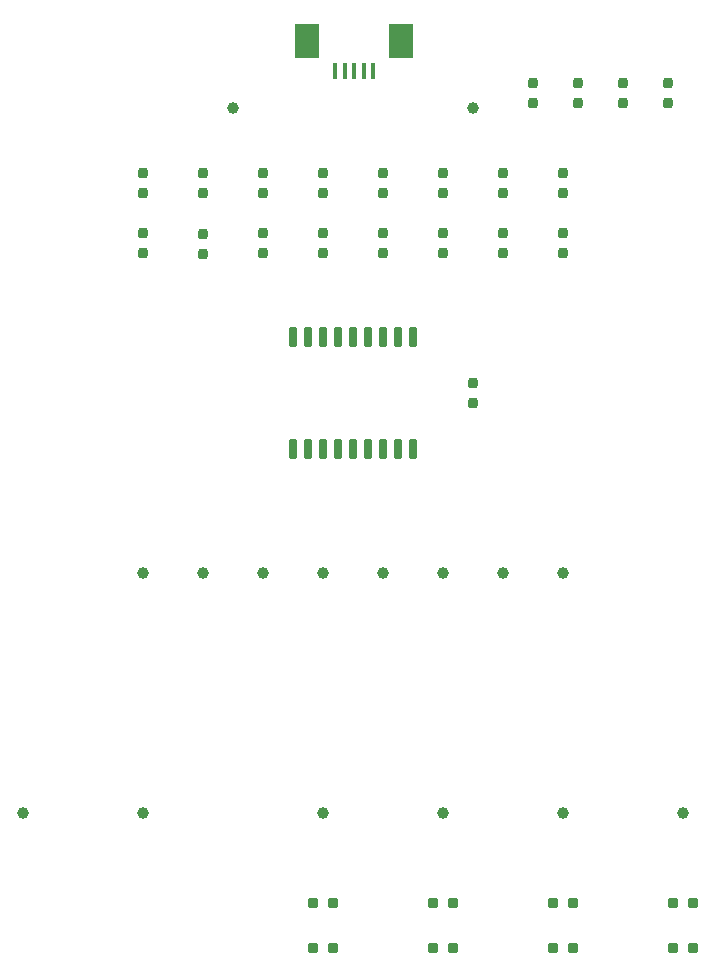
<source format=gtp>
G04 #@! TF.GenerationSoftware,KiCad,Pcbnew,(6.0.4-0)*
G04 #@! TF.CreationDate,2022-04-01T19:28:55+09:00*
G04 #@! TF.ProjectId,TrainingBoard-01,54726169-6e69-46e6-9742-6f6172642d30,V1.0*
G04 #@! TF.SameCoordinates,Original*
G04 #@! TF.FileFunction,Paste,Top*
G04 #@! TF.FilePolarity,Positive*
%FSLAX46Y46*%
G04 Gerber Fmt 4.6, Leading zero omitted, Abs format (unit mm)*
G04 Created by KiCad (PCBNEW (6.0.4-0)) date 2022-04-01 19:28:55*
%MOMM*%
%LPD*%
G01*
G04 APERTURE LIST*
G04 Aperture macros list*
%AMRoundRect*
0 Rectangle with rounded corners*
0 $1 Rounding radius*
0 $2 $3 $4 $5 $6 $7 $8 $9 X,Y pos of 4 corners*
0 Add a 4 corners polygon primitive as box body*
4,1,4,$2,$3,$4,$5,$6,$7,$8,$9,$2,$3,0*
0 Add four circle primitives for the rounded corners*
1,1,$1+$1,$2,$3*
1,1,$1+$1,$4,$5*
1,1,$1+$1,$6,$7*
1,1,$1+$1,$8,$9*
0 Add four rect primitives between the rounded corners*
20,1,$1+$1,$2,$3,$4,$5,0*
20,1,$1+$1,$4,$5,$6,$7,0*
20,1,$1+$1,$6,$7,$8,$9,0*
20,1,$1+$1,$8,$9,$2,$3,0*%
G04 Aperture macros list end*
%ADD10RoundRect,0.200000X-0.250000X-0.200000X0.250000X-0.200000X0.250000X0.200000X-0.250000X0.200000X0*%
%ADD11C,1.000000*%
%ADD12RoundRect,0.200000X-0.200000X0.250000X-0.200000X-0.250000X0.200000X-0.250000X0.200000X0.250000X0*%
%ADD13RoundRect,0.200000X0.200000X-0.250000X0.200000X0.250000X-0.200000X0.250000X-0.200000X-0.250000X0*%
%ADD14RoundRect,0.200000X0.250000X0.200000X-0.250000X0.200000X-0.250000X-0.200000X0.250000X-0.200000X0*%
%ADD15RoundRect,0.150000X0.150000X-0.725000X0.150000X0.725000X-0.150000X0.725000X-0.150000X-0.725000X0*%
%ADD16R,0.400000X1.400000*%
%ADD17R,2.000000X3.000000*%
G04 APERTURE END LIST*
D10*
X6770000Y-81280000D03*
X8470000Y-81280000D03*
D11*
X10160000Y-10160000D03*
D12*
X-17780000Y-15660000D03*
X-17780000Y-17360000D03*
D11*
X17780000Y-49530000D03*
X-2540000Y-49530000D03*
D13*
X17780000Y-22440000D03*
X17780000Y-20740000D03*
X7620000Y-22440000D03*
X7620000Y-20740000D03*
X12700000Y-22440000D03*
X12700000Y-20740000D03*
D14*
X28790000Y-81280000D03*
X27090000Y-81280000D03*
D11*
X7620000Y-49530000D03*
D10*
X-3390000Y-81280000D03*
X-1690000Y-81280000D03*
D12*
X12700000Y-15660000D03*
X12700000Y-17360000D03*
D14*
X28790000Y-77470000D03*
X27090000Y-77470000D03*
X-1690000Y-77470000D03*
X-3390000Y-77470000D03*
D11*
X-12700000Y-49530000D03*
X27940000Y-69850000D03*
D13*
X10160000Y-35140000D03*
X10160000Y-33440000D03*
D15*
X-5080000Y-39065000D03*
X-3810000Y-39065000D03*
X-2540000Y-39065000D03*
X-1270000Y-39065000D03*
X0Y-39065000D03*
X1270000Y-39065000D03*
X2540000Y-39065000D03*
X3810000Y-39065000D03*
X5080000Y-39065000D03*
X5080000Y-29515000D03*
X3810000Y-29515000D03*
X2540000Y-29515000D03*
X1270000Y-29515000D03*
X0Y-29515000D03*
X-1270000Y-29515000D03*
X-2540000Y-29515000D03*
X-3810000Y-29515000D03*
X-5080000Y-29515000D03*
D11*
X7620000Y-69850000D03*
D12*
X-12700000Y-15660000D03*
X-12700000Y-17360000D03*
D11*
X-17780000Y-49530000D03*
D12*
X7620000Y-15660000D03*
X7620000Y-17360000D03*
D13*
X2540000Y-22440000D03*
X2540000Y-20740000D03*
D12*
X15240000Y-8040000D03*
X15240000Y-9740000D03*
D11*
X12700000Y-49530000D03*
X-2540000Y-69850000D03*
X-17780000Y-69850000D03*
D13*
X26670000Y-9740000D03*
X26670000Y-8040000D03*
D12*
X2540000Y-15660000D03*
X2540000Y-17360000D03*
D13*
X-12700000Y-22540000D03*
X-12700000Y-20840000D03*
X-17780000Y-22440000D03*
X-17780000Y-20740000D03*
D14*
X8470000Y-77470000D03*
X6770000Y-77470000D03*
D11*
X-10160000Y-10160000D03*
D12*
X-2540000Y-15660000D03*
X-2540000Y-17360000D03*
D11*
X17780000Y-69850000D03*
D13*
X22860000Y-9740000D03*
X22860000Y-8040000D03*
D11*
X-27940000Y-69850000D03*
D16*
X1700000Y-7000000D03*
X900000Y-7000000D03*
X100000Y-7000000D03*
X-700000Y-7000000D03*
X-1500000Y-7000000D03*
D17*
X-3900000Y-4500000D03*
X4100000Y-4500000D03*
D14*
X18630000Y-81280000D03*
X16930000Y-81280000D03*
D11*
X-7620000Y-49530000D03*
D13*
X-7620000Y-22440000D03*
X-7620000Y-20740000D03*
D14*
X18630000Y-77470000D03*
X16930000Y-77470000D03*
D12*
X17780000Y-15660000D03*
X17780000Y-17360000D03*
D11*
X2540000Y-49530000D03*
D12*
X-7620000Y-15660000D03*
X-7620000Y-17360000D03*
D13*
X19050000Y-9740000D03*
X19050000Y-8040000D03*
X-2540000Y-22440000D03*
X-2540000Y-20740000D03*
M02*

</source>
